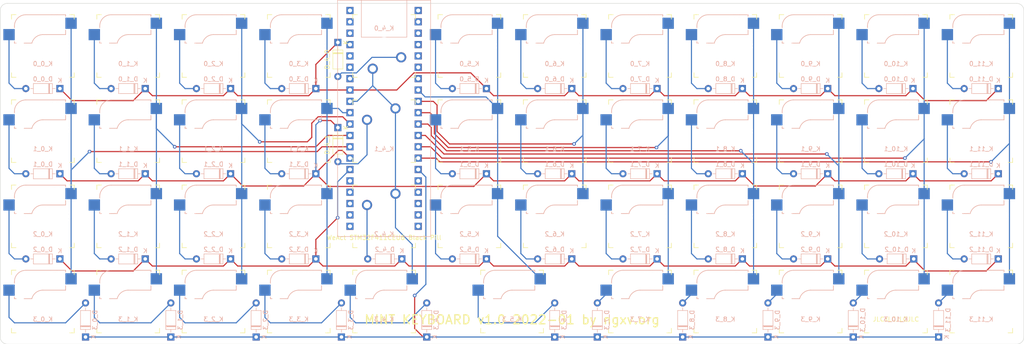
<source format=kicad_pcb>
(kicad_pcb (version 20211014) (generator pcbnew)
  (title_block (title "Mint Keyboard") (date "2022-01-13") (rev "1.0"))
  (layers (0 "F.Cu" signal) (31 "B.Cu" signal) (34 "B.Paste" user) (35 "F.Paste" user) (36 "B.SilkS" user "B.Silkscreen") (37 "F.SilkS" user "F.Silkscreen") (38 "B.Mask" user) (39 "F.Mask" user) (44 "Edge.Cuts" user))
  (net 0 "")
  (net 9 "COL_6")
  (net 22 "COL_5")
  (net 23 "COL_7")
  (net 24 "COL_8")
  (net 25 "COL_9")
  (net 26 "COL_10")
  (net 27 "COL_11")
  (net 32 "Net-(D_0_0-Pad2)")
  (net 33 "Net-(D_0_1-Pad2)")
  (net 34 "Net-(D_0_2-Pad2)")
  (net 35 "Net-(D_0_3-Pad2)")
  (net 36 "Net-(D_1_0-Pad2)")
  (net 37 "Net-(D_1_1-Pad2)")
  (net 38 "Net-(D_1_2-Pad2)")
  (net 39 "Net-(D_1_3-Pad2)")
  (net 40 "Net-(D_2_0-Pad2)")
  (net 41 "Net-(D_2_1-Pad2)")
  (net 42 "Net-(D_2_2-Pad2)")
  (net 43 "Net-(D_2_3-Pad2)")
  (net 44 "Net-(D_3_0-Pad2)")
  (net 45 "Net-(D_3_1-Pad2)")
  (net 46 "Net-(D_3_2-Pad2)")
  (net 47 "Net-(D_3_3-Pad2)")
  (net 48 "Net-(D_4_0-Pad2)")
  (net 49 "Net-(D_4_1-Pad2)")
  (net 50 "Net-(D_4_2-Pad2)")
  (net 51 "Net-(D_4_3-Pad2)")
  (net 52 "Net-(D_5_0-Pad2)")
  (net 53 "Net-(D_5_1-Pad2)")
  (net 54 "Net-(D_5_2-Pad2)")
  (net 55 "Net-(D_5_3-Pad2)")
  (net 56 "Net-(D_6_0-Pad2)")
  (net 57 "Net-(D_6_1-Pad2)")
  (net 58 "Net-(D_6_2-Pad2)")
  (net 59 "Net-(D_7_0-Pad2)")
  (net 60 "Net-(D_7_1-Pad2)")
  (net 61 "Net-(D_7_2-Pad2)")
  (net 62 "Net-(D_7_3-Pad2)")
  (net 63 "Net-(D_8_0-Pad2)")
  (net 64 "Net-(D_8_1-Pad2)")
  (net 65 "Net-(D_8_2-Pad2)")
  (net 66 "Net-(D_8_3-Pad2)")
  (net 67 "Net-(D_9_0-Pad2)")
  (net 68 "Net-(D_9_1-Pad2)")
  (net 69 "Net-(D_9_2-Pad2)")
  (net 70 "Net-(D_9_3-Pad2)")
  (net 71 "Net-(D_10_0-Pad2)")
  (net 72 "Net-(D_10_1-Pad2)")
  (net 73 "Net-(D_10_2-Pad2)")
  (net 74 "Net-(D_10_3-Pad2)")
  (net 75 "Net-(D_11_0-Pad2)")
  (net 76 "Net-(D_11_1-Pad2)")
  (net 77 "Net-(D_11_2-Pad2)")
  (net 78 "Net-(D_11_3-Pad2)")
  (net 79 "ROW_0")
  (net 80 "COL_3")
  (net 81 "COL_2")
  (net 82 "COL_1")
  (net 83 "COL_0")
  (net 84 "COL_4")
  (net 85 "ROW_1")
  (net 86 "ROW_2")
  (net 87 "ROW_3")
  (footprint "keyswitches:Kailh_socket_MX_padding" (layer "F.Cu") (at 98.425 65.0875)
    (fp_text reference "K_3_0")
    (fp_text value "PERIOD")
  )
  (footprint "keyswitches:Kailh_socket_MX_padding" (layer "F.Cu") (at 193.675 84.1375)
    (fp_text reference "K_8_1")
    (fp_text value "KEYSW")
  )
  (footprint "keyswitches:Kailh_socket_MX_padding" (layer "F.Cu") (at 60.325 103.1875)
    (fp_text reference "K_1_2")
    (fp_text value "KEYSW")
  )
  (footprint "keyswitches:Kailh_socket_MX_padding" (layer "F.Cu") (at 60.325 65.0875)
    (fp_text reference "K_1_0")
    (fp_text value "QUOTE")
  )
  (footprint "keyswitches:Kailh_socket_MX_padding" (layer "F.Cu") (at 250.825 122.2375)
    (fp_text reference "K_11_3")
    (fp_text value "KEYSW")
  )
  (footprint "keyswitches:Kailh_socket_MX_padding" (layer "F.Cu") (at 231.775 65.0875)
    (fp_text reference "K_10_0")
    (fp_text value "L")
  )
  (footprint "keyswitches:Kailh_socket_MX_padding" (layer "F.Cu") (at 212.725 84.1375)
    (fp_text reference "K_9_1")
    (fp_text value "KEYSW")
  )
  (footprint "keyswitches:Kailh_socket_MX_padding" (layer "F.Cu") (at 79.375 122.2375)
    (fp_text reference "K_2_3")
    (fp_text value "KEYSW")
  )
  (footprint "keyswitches:Kailh_socket_MX_padding" (layer "F.Cu") (at 136.525 65.0875)
    (fp_text reference "K_5_0")
    (fp_text value "Y")
  )
  (footprint "keyswitches:Kailh_socket_MX_padding" (layer "F.Cu") (at 41.275 84.1375)
    (fp_text reference "K_0_1")
    (fp_text value "KEYSW")
  )
  (footprint "MountingHole:MountingHole_3.5mm" (layer "F.Cu") (at 241.3 74.6125)
    (fp_text reference "PLATE_HOLE_5" hide)
    (fp_text value "MountingHole_3.5mm")
  )
  (footprint "keyswitches:Kailh_socket_MX_padding" (layer "F.Cu") (at 60.325 84.1375)
    (fp_text reference "K_1_1")
    (fp_text value "KEYSW")
  )
  (footprint "keyswitches:Kailh_socket_MX_padding" (layer "F.Cu") (at 79.375 84.1375)
    (fp_text reference "K_2_1")
    (fp_text value "KEYSW")
  )
  (footprint "keyswitches:Kailh_socket_MX_padding" (layer "F.Cu") (at 231.775 84.1375)
    (fp_text reference "K_10_1")
    (fp_text value "KEYSW")
  )
  (footprint "keyswitches:Kailh_socket_MX_padding" (layer "F.Cu") (at 174.625 65.0875)
    (fp_text reference "K_7_0")
    (fp_text value "G")
  )
  (footprint "keyswitches:Kailh_socket_MX_padding" (layer "F.Cu") (at 212.725 103.1875)
    (fp_text reference "K_9_2")
    (fp_text value "KEYSW")
  )
  (footprint "keyswitches:Kailh_socket_MX_padding" (layer "F.Cu") (at 146.05 122.2375)
    (fp_text reference "K_5_3")
    (fp_text value "KEYSW")
  )
  (footprint "keyswitches:Kailh_socket_MX_padding" (layer "F.Cu") (at 155.575 103.1875)
    (fp_text reference "K_6_2")
    (fp_text value "KEYSW")
  )
  (footprint "keyswitches:Kailh_socket_MX_padding" (layer "F.Cu") (at 136.525 103.1875)
    (fp_text reference "K_5_2")
    (fp_text value "KEYSW")
  )
  (footprint "keyswitches:Kailh_socket_MX_padding" (layer "F.Cu") (at 60.325 122.2375)
    (fp_text reference "K_1_3")
    (fp_text value "KEYSW")
  )
  (footprint "keyswitches:Kailh_socket_MX_padding" (layer "F.Cu") (at 212.725 65.0875)
    (fp_text reference "K_9_0")
    (fp_text value "R")
  )
  (footprint "keyswitches:Kailh_socket_MX_padding" (layer "F.Cu") (at 98.425 84.1375)
    (fp_text reference "K_3_1")
    (fp_text value "KEYSW")
  )
  (footprint "keyswitches:Kailh_socket_MX_padding" (layer "F.Cu") (at 174.625 84.1375)
    (fp_text reference "K_7_1")
    (fp_text value "KEYSW")
  )
  (footprint "keyswitches:Kailh_socket_MX_padding" (layer "F.Cu") (at 155.575 84.1375)
    (fp_text reference "K_6_1")
    (fp_text value "KEYSW")
  )
  (footprint "keyswitches:Kailh_socket_MX_padding" (layer "F.Cu") (at 193.675 122.2375)
    (fp_text reference "K_8_3")
    (fp_text value "KEYSW")
  )
  (footprint "keyswitches:Kailh_socket_MX_padding" (layer "F.Cu") (at 250.825 65.0875)
    (fp_text reference "K_11_0")
    (fp_text value "BACKSPACE")
  )
  (footprint "keyswitches:Kailh_socket_MX_padding" (layer "F.Cu") (at 250.825 103.1875)
    (fp_text reference "K_11_2")
    (fp_text value "KEYSW")
  )
  (footprint "MountingHole:MountingHole_3.5mm" (layer "F.Cu") (at 203.2 93.6625)
    (fp_text reference "PLATE_HOLE_4" hide)
    (fp_text value "MountingHole_3.5mm")
  )
  (footprint "keyswitches:Kailh_socket_MX_padding" (layer "F.Cu") (at 41.275 103.1875)
    (fp_text reference "K_0_2")
    (fp_text value "KEYSW")
  )
  (footprint "keyswitches:Kailh_socket_MX_padding" (layer "F.Cu") (at 250.825 84.1375)
    (fp_text reference "K_11_1")
    (fp_text value "KEYSW")
  )
  (footprint "keyswitches:Kailh_socket_MX_padding" (layer "F.Cu") (at 98.425 122.2375)
    (fp_text reference "K_3_3")
    (fp_text value "KEYSW")
  )
  (footprint "Diode_THT:D_DO-35_SOD27_P7.62mm_Horizontal" (layer "F.Cu") (at 107.15625 64.29375 -90)
    (fp_text reference "D_4_0")
    (fp_text value "D")
  )
  (footprint "keyswitches:Kailh_socket_MX_padding" (layer "F.Cu") (at 79.375 65.0875)
    (fp_text reference "K_2_0")
    (fp_text value "COMMA")
  )
  (footprint "keyswitches:Kailh_socket_MX_padding" (layer "F.Cu") (at 117.475 122.2375)
    (fp_text reference "K_4_3")
    (fp_text value "KEYSW")
  )
  (footprint "keyswitches:Kailh_socket_MX_padding" (layer "F.Cu") (at 193.675 65.0875)
    (fp_text reference "K_8_0")
    (fp_text value "C")
  )
  (footprint "MountingHole:MountingHole_3.5mm" (layer "F.Cu") (at 241.3 112.7125)
    (fp_text reference "PLATE_HOLE_6" hide)
    (fp_text value "MountingHole_3.5mm")
  )
  (footprint "keyswitches:SW_MX_padding" (layer "F.Cu") (at 117.475 84.1375)
    (fp_text reference "K_4_1")
    (fp_text value "KEYSW")
  )
  (footprint "keyswitches:Kailh_socket_MX_padding" (layer "F.Cu") (at 41.275 122.2375)
    (fp_text reference "K_0_3")
    (fp_text value "KEYSW")
  )
  (footprint "keyswitches:Kailh_socket_MX_padding" (layer "F.Cu") (at 41.275 65.0875)
    (fp_text reference "K_0_0")
    (fp_text value "TAB")
  )
  (footprint "keyswitches:Kailh_socket_MX_padding" (layer "F.Cu") (at 79.375 103.1875)
    (fp_text reference "K_2_2")
    (fp_text value "KEYSW")
  )
  (footprint "keyswitches:Kailh_socket_MX_padding" (layer "F.Cu") (at 231.775 122.2375)
    (fp_text reference "K_10_3")
    (fp_text value "KEYSW")
  )
  (footprint "keyswitches:Kailh_socket_MX_padding" (layer "F.Cu") (at 155.575 65.0875)
    (fp_text reference "K_6_0")
    (fp_text value "F")
  )
  (footprint "keyswitches:Kailh_socket_MX_padding" (layer "F.Cu") (at 174.625 103.1875)
    (fp_text reference "K_7_2")
    (fp_text value "KEYSW")
  )
  (footprint "Diode_THT:D_DO-35_SOD27_P7.62mm_Horizontal" (layer "F.Cu") (at 107.15625 83.34375 -90)
    (fp_text reference "D_4_1")
    (fp_text value "D")
  )
  (footprint "keyswitches:Kailh_socket_MX_padding" (layer "F.Cu") (at 193.675 103.1875)
    (fp_text reference "K_8_2")
    (fp_text value "KEYSW")
  )
  (footprint "keyswitches:SW_MX_padding" (layer "F.Cu") (at 117.475 65.0875 180)
    (fp_text reference "K_4_0")
    (fp_text value "P")
  )
  (footprint "keyswitches:Kailh_socket_MX_padding" (layer "F.Cu") (at 136.525 84.1375)
    (fp_text reference "K_5_1")
    (fp_text value "KEYSW")
  )
  (footprint "MountingHole:MountingHole_3.5mm" (layer "F.Cu") (at 50.8 74.6125)
    (fp_text reference "PLATE_HOLE_1" hide)
    (fp_text value "MountingHole_3.5mm")
  )
  (footprint "keyswitches:Kailh_socket_MX_padding" (layer "F.Cu") (at 212.725 122.2375)
    (fp_text reference "K_9_3")
    (fp_text value "KEYSW")
  )
  (footprint "keyswitches:Kailh_socket_MX_padding" (layer "F.Cu") (at 98.425 103.1875)
    (fp_text reference "K_3_2")
    (fp_text value "KEYSW")
  )
  (footprint "keyswitches:Kailh_socket_MX_padding" (layer "F.Cu") (at 231.775 103.1875)
    (fp_text reference "K_10_2")
    (fp_text value "KEYSW")
  )
  (footprint "MountingHole:MountingHole_3.5mm" (layer "F.Cu") (at 88.9 93.6625)
    (fp_text reference "PLATE_HOLE_3" hide)
    (fp_text value "MountingHole_3.5mm")
  )
  (footprint "MountingHole:MountingHole_3.5mm" (layer "F.Cu") (at 50.8 112.7125)
    (fp_text reference "PLATE_HOLE_2" hide)
    (fp_text value "MountingHole_3.5mm")
  )
  (footprint "keyswitches:SW_MX_padding" (layer "F.Cu") (at 117.475 103.1875)
    (fp_text reference "K_4_2")
    (fp_text value "KEYSW")
  )
  (footprint "keyswitches:Kailh_socket_MX_padding" (layer "F.Cu") (at 174.625 122.2375)
    (fp_text reference "K_7_3")
    (fp_text value "KEYSW")
  )
  (footprint "Diode_THT:D_DO-35_SOD27_P7.62mm_Horizontal" (layer "B.Cu") (at 102.235 74.6125 180)
    (fp_text reference "D_3_0")
    (fp_text value "D")
  )
  (footprint "Diode_THT:D_DO-35_SOD27_P7.62mm_Horizontal" (layer "B.Cu") (at 254.635 93.6625 180)
    (fp_text reference "D_11_1")
    (fp_text value "D")
  )
  (footprint "Diode_THT:D_DO-35_SOD27_P7.62mm_Horizontal" (layer "B.Cu") (at 235.74375 112.7125 180)
    (fp_text reference "D_10_2")
    (fp_text value "D")
  )
  (footprint "Diode_THT:D_DO-35_SOD27_P7.62mm_Horizontal" (layer "B.Cu") (at 83.185 93.6625 180)
    (fp_text reference "D_2_1")
    (fp_text value "D")
  )
  (footprint "Diode_THT:D_DO-35_SOD27_P7.62mm_Horizontal" (layer "B.Cu") (at 254.635 112.7125 180)
    (fp_text reference "D_11_2")
    (fp_text value "D")
  )
  (footprint "Diode_THT:D_DO-35_SOD27_P7.62mm_Horizontal" (layer "B.Cu") (at 45.085 112.7125 180)
    (fp_text reference "D_0_2")
    (fp_text value "D")
  )
  (footprint "Diode_THT:D_DO-35_SOD27_P7.62mm_Horizontal" (layer "B.Cu") (at 140.335 93.6625 180)
    (fp_text reference "D_5_1")
    (fp_text value "D")
  )
  (footprint "Diode_THT:D_DO-35_SOD27_P7.62mm_Horizontal" (layer "B.Cu") (at 184.15 130.175 90)
    (fp_text reference "D_8_3")
    (fp_text value "D")
  )
  (footprint "Diode_THT:D_DO-35_SOD27_P7.62mm_Horizontal" (layer "B.Cu") (at 222.25 130.175 90)
    (fp_text reference "D_10_3")
    (fp_text value "D")
  )
  (footprint "Diode_THT:D_DO-35_SOD27_P7.62mm_Horizontal" (layer "B.Cu") (at 197.485 74.6125 180)
    (fp_text reference "D_8_0")
    (fp_text value "D")
  )
  (footprint "Diode_THT:D_DO-35_SOD27_P7.62mm_Horizontal" (layer "B.Cu") (at 64.135 74.6125 180)
    (fp_text reference "D_1_0")
    (fp_text value "D")
  )
  (footprint "Diode_THT:D_DO-35_SOD27_P7.62mm_Horizontal" (layer "B.Cu") (at 140.335 74.6125 180)
    (fp_text reference "D_5_0")
    (fp_text value "D")
  )
  (footprint "Diode_THT:D_DO-35_SOD27_P7.62mm_Horizontal" (layer "B.Cu") (at 216.535 93.6625 180)
    (fp_text reference "D_9_1")
    (fp_text value "D")
  )
  (footprint "Diode_THT:D_DO-35_SOD27_P7.62mm_Horizontal" (layer "B.Cu") (at 203.2 130.175 90)
    (fp_text reference "D_9_3")
    (fp_text value "D")
  )
  (footprint "Diode_THT:D_DO-35_SOD27_P7.62mm_Horizontal" (layer "B.Cu") (at 159.385 74.6125 180)
    (fp_text reference "D_6_0")
    (fp_text value "D")
  )
  (footprint "Diode_THT:D_DO-35_SOD27_P7.62mm_Horizontal" (layer "B.Cu") (at 197.485 93.6625 180)
    (fp_text reference "D_8_1")
    (fp_text value "D")
  )
  (footprint "Diode_THT:D_DO-35_SOD27_P7.62mm_Horizontal" (layer "B.Cu") (at 216.535 112.7125 180)
    (fp_text reference "D_9_2")
    (fp_text value "D")
  )
  (footprint "Diode_THT:D_DO-35_SOD27_P7.62mm_Horizontal" (layer "B.Cu") (at 178.435 112.7125 180)
    (fp_text reference "D_7_2")
    (fp_text value "D")
  )
  (footprint "Diode_THT:D_DO-35_SOD27_P7.62mm_Horizontal" (layer "B.Cu") (at 83.185 74.6125 180)
    (fp_text reference "D_2_0")
    (fp_text value "D")
  )
  (footprint "Diode_THT:D_DO-35_SOD27_P7.62mm_Horizontal" (layer "B.Cu") (at 127 130.175 90)
    (fp_text reference "D_4_3")
    (fp_text value "D")
  )
  (footprint "Diode_THT:D_DO-35_SOD27_P7.62mm_Horizontal" (layer "B.Cu") (at 155.575 130.175 90)
    (fp_text reference "D_5_3")
    (fp_text value "D")
  )
  (footprint "Diode_THT:D_DO-35_SOD27_P7.62mm_Horizontal" (layer "B.Cu") (at 64.135 93.6625 180)
    (fp_text reference "D_1_1")
    (fp_text value "D")
  )
  (footprint "Diode_THT:D_DO-35_SOD27_P7.62mm_Horizontal" (layer "B.Cu") (at 102.235 112.7125 180)
    (fp_text reference "D_3_2")
    (fp_text value "D")
  )
  (footprint "Diode_THT:D_DO-35_SOD27_P7.62mm_Horizontal" (layer "B.Cu") (at 159.385 93.6625 180)
    (fp_text reference "D_6_1")
    (fp_text value "D")
  )
  (footprint "Diode_THT:D_DO-35_SOD27_P7.62mm_Horizontal" (layer "B.Cu") (at 88.9 130.175 90)
    (fp_text reference "D_2_3")
    (fp_text value "D")
  )
  (footprint "Diode_THT:D_DO-35_SOD27_P7.62mm_Horizontal" (layer "B.Cu") (at 140.335 112.7125 180)
    (fp_text reference "D_5_2")
    (fp_text value "D")
  )
  (footprint "Diode_THT:D_DO-35_SOD27_P7.62mm_Horizontal" (layer "B.Cu") (at 107.95 130.175 90)
    (fp_text reference "D_3_3")
    (fp_text value "D")
  )
  (footprint "Diode_THT:D_DO-35_SOD27_P7.62mm_Horizontal" (layer "B.Cu") (at 121.44375 112.7125 180)
    (fp_text reference "D_4_2")
    (fp_text value "D")
  )
  (footprint "Diode_THT:D_DO-35_SOD27_P7.62mm_Horizontal" (layer "B.Cu") (at 45.085 74.6125 180)
    (fp_text reference "D_0_0")
    (fp_text value "D")
  )
  (footprint "Diode_THT:D_DO-35_SOD27_P7.62mm_Horizontal" (layer "B.Cu") (at 235.585 74.6125 180)
    (fp_text reference "D_10_0")
    (fp_text value "D")
  )
  (footprint "Diode_THT:D_DO-35_SOD27_P7.62mm_Horizontal" (layer "B.Cu") (at 159.385 112.7125 180)
    (fp_text reference "D_6_2")
    (fp_text value "D")
  )
  (footprint "Diode_THT:D_DO-35_SOD27_P7.62mm_Horizontal" (layer "B.Cu") (at 235.585 93.6625 180)
    (fp_text reference "D_10_1")
    (fp_text value "D")
  )
  (footprint "Diode_THT:D_DO-35_SOD27_P7.62mm_Horizontal" (layer "B.Cu") (at 165.1 130.175 90)
    (fp_text reference "D_7_3")
    (fp_text value "D")
  )
  (footprint "Diode_THT:D_DO-35_SOD27_P7.62mm_Horizontal" (layer "B.Cu") (at 50.8 130.175 90)
    (fp_text reference "D_0_3")
    (fp_text value "D")
  )
  (footprint "Diode_THT:D_DO-35_SOD27_P7.62mm_Horizontal" (layer "B.Cu") (at 45.085 93.6625 180)
    (fp_text reference "D_0_1")
    (fp_text value "D")
  )
  (footprint "Diode_THT:D_DO-35_SOD27_P7.62mm_Horizontal" (layer "B.Cu") (at 254.635 74.6125 180)
    (fp_text reference "D_11_0")
    (fp_text value "D")
  )
  (footprint "Diode_THT:D_DO-35_SOD27_P7.62mm_Horizontal" (layer "B.Cu") (at 178.435 93.6625 180)
    (fp_text reference "D_7_1")
    (fp_text value "D")
  )
  (footprint "Diode_THT:D_DO-35_SOD27_P7.62mm_Horizontal" (layer "B.Cu") (at 83.185 112.7125 180)
    (fp_text reference "D_2_2")
    (fp_text value "D")
  )
  (footprint "Diode_THT:D_DO-35_SOD27_P7.62mm_Horizontal" (layer "B.Cu") (at 216.535 74.6125 180)
    (fp_text reference "D_9_0")
    (fp_text value "D")
  )
  (footprint "keyswitches:WeAct_STM32F411CEU6_Black_Pill_v3" (layer "B.Cu") (at 117.475 81.28 180)
    (fp_text reference "CONTROLLER_0" hide)
    (fp_text value "WeAct STM32F411CEU6 Black Pill")
  )
  (footprint "Diode_THT:D_DO-35_SOD27_P7.62mm_Horizontal" (layer "B.Cu") (at 69.85 130.175 90)
    (fp_text reference "D_1_3")
    (fp_text value "D")
  )
  (footprint "Diode_THT:D_DO-35_SOD27_P7.62mm_Horizontal" (layer "B.Cu") (at 102.235 93.6625 180)
    (fp_text reference "D_3_1")
    (fp_text value "D")
  )
  (footprint "Diode_THT:D_DO-35_SOD27_P7.62mm_Horizontal" (layer "B.Cu") (at 64.135 112.7125 180)
    (fp_text reference "D_1_2")
    (fp_text value "D")
  )
  (footprint "Diode_THT:D_DO-35_SOD27_P7.62mm_Horizontal" (layer "B.Cu") (at 178.435 74.6125 180)
    (fp_text reference "D_7_0")
    (fp_text value "D")
  )
  (footprint "Diode_THT:D_DO-35_SOD27_P7.62mm_Horizontal" (layer "B.Cu") (at 241.3 130.175 90)
    (fp_text reference "D_11_3")
    (fp_text value "D")
  )
  (footprint "Diode_THT:D_DO-35_SOD27_P7.62mm_Horizontal" (layer "B.Cu") (at 197.485 112.7125 180)
    (fp_text reference "D_8_2")
    (fp_text value "D")
  )
  (gr_arc locked (start 31.75 57.15) (mid 32.214968 56.027468) (end 33.3375 55.5625) (layer "Edge.Cuts") (width 0.1))
  (gr_arc locked (start 258.7625 55.5625) (mid 259.885032 56.027468) (end 260.35 57.15) (layer "Edge.Cuts") (width 0.1))
  (gr_line locked (start 260.35 130.175) (end 260.35 57.15) (layer "Edge.Cuts") (width 0.1))
  (gr_arc locked (start 33.3375 131.7625) (mid 32.214968 131.297532) (end 31.75 130.175) (layer "Edge.Cuts") (width 0.1))
  (gr_line locked (start 258.7625 55.5625) (end 33.3375 55.5625) (layer "Edge.Cuts") (width 0.1))
  (gr_arc locked (start 260.35 130.175) (mid 259.885032 131.297532) (end 258.7625 131.7625) (layer "Edge.Cuts") (width 0.1))
  (gr_line locked (start 33.3375 131.7625) (end 258.7625 131.7625) (layer "Edge.Cuts") (width 0.1))
  (gr_line locked (start 31.75 130.175) (end 31.75 57.15) (layer "Edge.Cuts") (width 0.1))
  (gr_text "MINT KEYBOARD v1.0 2022-01 by ngxv.org" (at 146.05 126.3) (layer "F.SilkS") (effects (font (size 2 2) (thickness 0.3))))
  (gr_text "JLCJLCJLCJLC" (at 231.775 126.20625) (layer "F.SilkS") (effects (font (size 1 1))))
  (segment locked (start 128.47 77.47) (end 129.3 78.3) (width 0.25) (layer "F.Cu") (net 9))
  (segment locked (start 125.095 77.47) (end 128.47 77.47) (width 0.25) (layer "F.Cu") (net 9))
  (segment locked (start 129.3 78.3) (end 129.3 84.215) (width 0.25) (layer "F.Cu") (net 9))
  (segment locked (start 132.085 87) (end 159.9 87) (width 0.25) (layer "F.Cu") (net 9))
  (segment locked (start 129.3 84.215) (end 132.085 87) (width 0.25) (layer "F.Cu") (net 9))
  (via locked (at 159.9 87) (size 0.8) (drill 0.4) (layers "F.Cu" "B.Cu") (net 9))
  (segment locked (start 159.9 87) (end 161.880421 85.019579) (width 0.25) (layer "B.Cu") (net 9))
  (segment locked (start 161.880421 79.042079) (end 161.865 79.0575) (width 0.25) (layer "B.Cu") (net 9))
  (segment locked (start 161.880421 60.022921) (end 161.880421 98.092079) (width 0.25) (layer "B.Cu") (net 9))
  (segment locked (start 161.865 79.0575) (end 161.880421 79.072921) (width 0.25) (layer "B.Cu") (net 9))
  (segment locked (start 161.880421 98.092079) (end 161.865 98.1075) (width 0.25) (layer "B.Cu") (net 9))
  (segment locked (start 161.865 60.0075) (end 161.880421 60.022921) (width 0.25) (layer "B.Cu") (net 9))
  (segment locked (start 142.830421 107.647921) (end 142.830421 98.122921) (width 0.25) (layer "B.Cu") (net 22))
  (segment locked (start 140.2375 76.48) (end 142.815 79.0575) (width 0.25) (layer "B.Cu") (net 22))
  (segment locked (start 142.830421 79.072921) (end 142.830421 98.092079) (width 0.25) (layer "B.Cu") (net 22))
  (segment locked (start 142.815 79.0575) (end 142.830421 79.072921) (width 0.25) (layer "B.Cu") (net 22))
  (segment locked (start 142.830421 98.092079) (end 142.815 98.1075) (width 0.25) (layer "B.Cu") (net 22))
  (segment locked (start 152.34 117.1575) (end 142.830421 107.647921) (width 0.25) (layer "B.Cu") (net 22))
  (segment locked (start 142.815 98.1075) (end 142.830421 98.122921) (width 0.25) (layer "B.Cu") (net 22))
  (segment locked (start 142.830421 60.022921) (end 142.830421 79.042079) (width 0.25) (layer "B.Cu") (net 22))
  (segment locked (start 142.830421 79.042079) (end 142.815 79.0575) (width 0.25) (layer "B.Cu") (net 22))
  (segment locked (start 125.095 74.93) (end 126.645 76.48) (width 0.25) (layer "B.Cu") (net 22))
  (segment locked (start 142.815 60.0075) (end 142.830421 60.022921) (width 0.25) (layer "B.Cu") (net 22))
  (segment locked (start 126.645 76.48) (end 140.2375 76.48) (width 0.25) (layer "B.Cu") (net 22))
  (segment locked (start 131.8 87.8) (end 178.3 87.8) (width 0.25) (layer "F.Cu") (net 23))
  (segment locked (start 128.7 81) (end 128.7 84.7) (width 0.25) (layer "F.Cu") (net 23))
  (segment locked (start 125.095 80.01) (end 127.71 80.01) (width 0.25) (layer "F.Cu") (net 23))
  (segment locked (start 128.7 84.7) (end 131.8 87.8) (width 0.25) (layer "F.Cu") (net 23))
  (segment locked (start 127.71 80.01) (end 128.7 81) (width 0.25) (layer "F.Cu") (net 23))
  (via locked (at 178.3 87.8) (size 0.8) (drill 0.4) (layers "F.Cu" "B.Cu") (net 23))
  (segment locked (start 180.930421 79.072921) (end 180.930421 98.092079) (width 0.25) (layer "B.Cu") (net 23))
  (segment locked (start 178.3 87.8) (end 180.930421 85.169579) (width 0.25) (layer "B.Cu") (net 23))
  (segment locked (start 180.915 79.0575) (end 180.930421 79.072921) (width 0.25) (layer "B.Cu") (net 23))
  (segment locked (start 180.915 98.1075) (end 180.930421 98.122921) (width 0.25) (layer "B.Cu") (net 23))
  (segment locked (start 180.930421 117.142079) (end 180.915 117.1575) (width 0.25) (layer "B.Cu") (net 23))
  (segment locked (start 180.930421 85.169579) (end 180.930421 79.042079) (width 0.25) (layer "B.Cu") (net 23))
  (segment locked (start 180.930421 79.042079) (end 180.915 79.0575) (width 0.25) (layer "B.Cu") (net 23))
  (segment locked (start 180.915 60.0075) (end 180.930421 60.022921) (width 0.25) (layer "B.Cu") (net 23))
  (segment locked (start 180.930421 98.092079) (end 180.915 98.1075) (width 0.25) (layer "B.Cu") (net 23))
  (segment locked (start 180.930421 98.122921) (end 180.930421 117.142079) (width 0.25) (layer "B.Cu") (net 23))
  (segment locked (start 180.930421 60.022921) (end 180.930421 79.042079) (width 0.25) (layer "B.Cu") (net 23))
  (segment locked (start 127.25 82.55) (end 128 83.3) (width 0.25) (layer "F.Cu") (net 24))
  (segment locked (start 128 83.3) (end 128 85.1) (width 0.25) (layer "F.Cu") (net 24))
  (segment locked (start 131.424511 88.524511) (end 197.124511 88.524511) (width 0.25) (layer "F.Cu") (net 24))
  (segment locked (start 128 85.1) (end 131.424511 88.524511) (width 0.25) (layer "F.Cu") (net 24))
  (segment locked (start 125.095 82.55) (end 127.25 82.55) (width 0.25) (layer "F.Cu") (net 24))
  (via locked (at 197.124511 88.524511) (size 0.8) (drill 0.4) (layers "F.Cu" "B.Cu") (net 24))
  (segment locked (start 199.980421 98.092079) (end 199.965 98.1075) (width 0.25) (layer "B.Cu") (net 24))
  (segment locked (start 199.980421 98.122921) (end 199.980421 117.142079) (width 0.25) (layer "B.Cu") (net 24))
  (segment locked (start 199.980421 79.072921) (end 199.980421 98.092079) (width 0.25) (layer "B.Cu") (net 24))
  (segment locked (start 197.124511 88.524511) (end 199.980421 91.380421) (width 0.25) (layer "B.Cu") (net 24))
  (segment locked (start 199.965 79.0575) (end 199.980421 79.072921) (width 0.25) (layer "B.Cu") (net 24))
  (segment locked (start 199.980421 60.022921) (end 199.980421 79.042079) (width 0.25) (layer "B.Cu") (net 24))
  (segment locked (start 199.980421 117.142079) (end 199.965 117.1575) (width 0.25) (layer "B.Cu") (net 24))
  (segment locked (start 199.980421 79.042079) (end 199.965 79.0575) (width 0.25) (layer "B.Cu") (net 24))
  (segment locked (start 199.980421 91.380421) (end 199.980421 98.122921) (width 0.25) (layer "B.Cu") (net 24))
  (segment locked (start 199.965 98.1075) (end 199.980421 98.122921) (width 0.25) (layer "B.Cu") (net 24))
  (segment locked (start 199.965 60.0075) (end 199.980421 60.022921) (width 0.25) (layer "B.Cu") (net 24))
  (segment locked (start 125.095 85.09) (end 126.69 85.09) (width 0.25) (layer "F.Cu") (net 25))
  (segment locked (start 126.69 85.09) (end 130.849022 89.249022) (width 0.25) (layer "F.Cu") (net 25))
  (segment locked (start 130.849022 89.249022) (end 216.349022 89.249022) (width 0.25) (layer "F.Cu") (net 25))
  (via locked (at 216.349022 89.249022) (size 0.8) (drill 0.4) (layers "F.Cu" "B.Cu") (net 25))
  (segment locked (start 219.030421 98.092079) (end 219.015 98.1075) (width 0.25) (layer "B.Cu") (net 25))
  (segment locked (start 219.030421 79.072921) (end 219.030421 98.092079) (width 0.25) (layer "B.Cu") (net 25))
  (segment locked (start 219.015 60.0075) (end 219.030421 60.022921) (width 0.25) (layer "B.Cu") (net 25))
  (segment locked (start 219.030421 98.122921) (end 219.030421 117.142079) (width 0.25) (layer "B.Cu") (net 25))
  (segment locked (start 219.030421 91.930421) (end 219.030421 98.122921) (width 0.25) (layer "B.Cu") (net 25))
  (segment locked (start 216.349022 89.249022) (end 219.030421 91.930421) (width 0.25) (layer "B.Cu") (net 25))
  (segment locked (start 219.030421 117.142079) (end 219.015 117.1575) (width 0.25) (layer "B.Cu") (net 25))
  (segment locked (start 219.015 98.1075) (end 219.030421 98.122921) (width 0.25) (layer "B.Cu") (net 25))
  (segment locked (start 219.015 79.0575) (end 219.030421 79.072921) (width 0.25) (layer "B.Cu") (net 25))
  (segment locked (start 219.030421 60.022921) (end 219.030421 79.042079) (width 0.25) (layer "B.Cu") (net 25))
  (segment locked (start 219.030421 79.042079) (end 219.015 79.0575) (width 0.25) (layer "B.Cu") (net 25))
  (segment locked (start 125.095 87.63) (end 127.83 87.63) (width 0.25) (layer "F.Cu") (net 26))
  (segment locked (start 127.83 87.63) (end 130.37 90.17) (width 0.25) (layer "F.Cu") (net 26))
  (segment locked (start 130.37 90.17) (end 233.78 90.17) (width 0.25) (layer "F.Cu") (net 26))
  (via locked (at 233.78 90.17) (size 0.8) (drill 0.4) (layers "F.Cu" "B.Cu") (net 26))
  (segment locked (start 238.080421 98.122921) (end 238.080421 117.142079) (width 0.25) (layer "B.Cu") (net 26))
  (segment locked (start 238.080421 85.869579) (end 233.78 90.17) (width 0.25) (layer "B.Cu") (net 26))
  (segment locked (start 238.065 98.1075) (end 238.080421 98.122921) (width 0.25) (layer "B.Cu") (net 26))
  (segment locked (start 238.080421 98.092079) (end 238.065 98.1075) (width 0.25) (layer "B.Cu") (net 26))
  (segment locked (start 238.080421 117.142079) (end 238.065 117.1575) (width 0.25) (layer "B.Cu") (net 26))
  (segment locked (start 238.080421 79.042079) (end 238.065 79.0575) (width 0.25) (layer "B.Cu") (net 26))
  (segment locked (start 238.080421 98.092079) (end 238.080421 79.042079) (width 0.25) (layer "B.Cu") (net 26))
  (segment locked (start 238.065 60.0075) (end 238.080421 60.022921) (width 0.25) (layer "B.Cu") (net 26))
  (segment locked (start 238.080421 60.022921) (end 238.080421 79.042079) (width 0.25) (layer "B.Cu") (net 26))
  (segment locked (start 129.07 90.17) (end 129.9 91) (width 0.25) (layer "F.Cu") (net 27))
  (segment locked (start 129.9 91) (end 253 91) (width 0.25) (layer "F.Cu") (net 27))
  (segment locked (start 125.095 90.17) (end 129.07 90.17) (width 0.25) (layer "F.Cu") (net 27))
  (via locked (at 253 91) (size 0.8) (drill 0.4) (layers "F.Cu" "B.Cu") (net 27))
  (segment locked (start 257.130421 60.022921) (end 257.130421 117.142079) (width 0.25) (layer "B.Cu") (net 27))
  (segment locked (start 257.130421 79.042079) (end 257.115 79.0575) (width 0.25) (layer "B.Cu") (net 27))
  (segment locked (start 257.115 98.1075) (end 257.130421 98.122921) (width 0.25) (layer "B.Cu") (net 27))
  (segment locked (start 257.130421 117.142079) (end 257.115 117.1575) (width 0.25) (layer "B.Cu") (net 27))
  (segment locked (start 257.115 60.0075) (end 257.130421 60.022921) (width 0.25) (layer "B.Cu") (net 27))
  (segment locked (start 253 91) (end 257.130421 86.869579) (width 0.25) (layer "B.Cu") (net 27))
  (segment locked (start 33.715 62.5475) (end 33.715 73.4025) (width 0.25) (layer "B.Cu") (net 32))
  (segment locked (start 33.715 73.4025) (end 34.925 74.6125) (width 0.25) (layer "B.Cu") (net 32))
  (segment locked (start 34.925 74.6125) (end 37.465 74.6125) (width 0.25) (layer "B.Cu") (net 32))
  (segment locked (start 33.715 81.5975) (end 33.715 92.4525) (width 0.25) (layer "B.Cu") (net 33))
  (segment locked (start 33.715 92.4525) (end 34.925 93.6625) (width 0.25) (layer "B.Cu") (net 33))
  (segment locked (start 34.925 93.6625) (end 37.465 93.6625) (width 0.25) (layer "B.Cu") (net 33))
  (segment locked (start 33.715 100.6475) (end 33.715 111.5025) (width 0.25) (layer "B.Cu") (net 34))
  (segment locked (start 34.925 112.7125) (end 37.465 112.7125) (width 0.25) (layer "B.Cu") (net 34))
  (segment locked (start 33.715 111.5025) (end 34.925 112.7125) (width 0.25) (layer "B.Cu") (net 34))
  (segment locked (start 46.355 127) (end 34.925 127) (width 0.25) (layer "B.Cu") (net 35))
  (segment locked (start 50.8 122.555) (end 46.355 127) (width 0.25) (layer "B.Cu") (net 35))
  (segment locked (start 33.715 125.79) (end 34.925 127) (width 0.25) (layer "B.Cu") (net 35))
  (segment locked (start 33.715 119.6975) (end 33.715 125.79) (width 0.25) (layer "B.Cu") (net 35))
  (segment locked (start 52.765 73.4025) (end 53.975 74.6125) (width 0.25) (layer "B.Cu") (net 36))
  (segment locked (start 53.975 74.6125) (end 56.515 74.6125) (width 0.25) (layer "B.Cu") (net 36))
  (segment locked (start 52.765 62.5475) (end 52.765 73.4025) (width 0.25) (layer "B.Cu") (net 36))
  (segment locked (start 52.765 81.5975) (end 52.765 92.4525) (width 0.25) (layer "B.Cu") (net 37))
  (segment locked (start 53.975 93.6625) (end 56.515 93.6625) (width 0.25) (layer "B.Cu") (net 37))
  (segment locked (start 52.765 92.4525) (end 53.975 93.6625) (width 0.25) (layer "B.Cu") (net 37))
  (segment locked (start 53.975 112.7125) (end 56.515 112.7125) (width 0.25) (layer "B.Cu") (net 38))
  (segment locked (start 52.765 111.5025) (end 53.975 112.7125) (width 0.25) (layer "B.Cu") (net 38))
  (segment locked (start 52.765 100.6475) (end 52.765 111.5025) (width 0.25) (layer "B.Cu") (net 38))
  (segment locked (start 65.405 127) (end 53.975 127) (width 0.25) (layer "B.Cu") (net 39))
  (segment locked (start 52.765 119.6975) (end 52.765 125.79) (width 0.25) (layer "B.Cu") (net 39))
  (segment locked (start 52.765 125.79) (end 53.975 127) (width 0.25) (layer "B.Cu") (net 39))
  (segment locked (start 69.85 122.555) (end 65.405 127) (width 0.25) (layer "B.Cu") (net 39))
  (segment locked (start 71.815 73.4025) (end 73.025 74.6125) (width 0.25) (layer "B.Cu") (net 40))
  (segment locked (start 71.815 62.5475) (end 71.815 73.4025) (width 0.25) (layer "B.Cu") (net 40))
  (segment locked (start 73.025 74.6125) (end 75.565 74.6125) (width 0.25) (layer "B.Cu") (net 40))
  (segment locked (start 73.025 93.6625) (end 75.565 93.6625) (width 0.25) (layer "B.Cu") (net 41))
  (segment locked (start 71.815 92.4525) (end 73.025 93.6625) (width 0.25) (layer "B.Cu") (net 41))
  (segment locked (start 71.815 81.5975) (end 71.815 92.4525) (width 0.25) (layer "B.Cu") (net 41))
  (segment locked (start 71.815 111.5025) (end 73.025 112.7125) (width 0.25) (layer "B.Cu") (net 42))
  (segment locked (start 71.815 100.6475) (end 71.815 111.5025) (width 0.25) (layer "B.Cu") (net 42))
  (segment locked (start 73.025 112.7125) (end 75.565 112.7125) (width 0.25) (layer "B.Cu") (net 42))
  (segment locked (start 71.815 119.6975) (end 71.815 125.79) (width 0.25) (layer "B.Cu") (net 43))
  (segment locked (start 73.025 127) (end 84.455 127) (width 0.25) (layer "B.Cu") (net 43))
  (segment locked (start 71.815 125.79) (end 73.025 127) (width 0.25) (layer "B.Cu") (net 43))
  (segment locked (start 88.9 122.555) (end 84.455 127) (width 0.25) (layer "B.Cu") (net 43))
  (segment locked (start 90.865 73.4025) (end 92.075 74.6125) (width 0.25) (layer "B.Cu") (net 44))
  (segment locked (start 92.075 74.6125) (end 94.615 74.6125) (width 0.25) (layer "B.Cu") (net 44))
  (segment locked (start 90.865 62.5475) (end 90.865 73.4025) (width 0.25) (layer "B.Cu") (net 44))
  (segment locked (start 92.075 93.6625) (end 94.615 93.6625) (width 0.25) (layer "B.Cu") (net 45))
  (segment locked (start 90.865 81.5975) (end 90.865 92.4525) (width 0.25) (layer "B.Cu") (net 45))
  (segment locked (start 90.865 92.4525) (end 92.075 93.6625) (width 0.25) (layer "B.Cu") (net 45))
  (segment locked (start 90.865 111.5025) (end 92.075 112.7125) (width 0.25) (layer "B.Cu") (net 46))
  (segment locked (start 92.075 112.7125) (end 94.615 112.7125) (width 0.25) (layer "B.Cu") (net 46))
  (segment locked (start 90.865 100.6475) (end 90.865 111.5025) (width 0.25) (layer "B.Cu") (net 46))
  (segment locked (start 90.865 125.79) (end 92.075 127) (width 0.25) (layer "B.Cu") (net 47))
  (segment locked (start 90.865 119.6975) (end 90.865 125.79) (width 0.25) (layer "B.Cu") (net 47))
  (segment locked (start 92.075 127) (end 103.505 127) (width 0.25) (layer "B.Cu") (net 47))
  (segment locked (start 107.95 122.555) (end 103.505 127) (width 0.25) (layer "B.Cu") (net 47))
  (segment locked (start 107.96 71.11) (end 111.3 71.11) (width 0.25) (layer "B.Cu") (net 48))
  (segment locked (start 107.15625 71.91375) (end 107.96 71.11) (width 0.25) (layer "B.Cu") (net 48))
  (segment locked (start 114.7825 67.6275) (end 121.285 67.6275) (width 0.25) (layer "B.Cu") (net 48))
  (segment locked (start 111.3 71.11) (end 114.7825 67.6275) (width 0.25) (layer "B.Cu") (net 48))
  (segment locked (start 107.6325 91.44) (end 107.15625 90.96375) (width 0.25) (layer "B.Cu") (net 49))
  (segment locked (start 113.665 89.425) (end 111.65 91.44) (width 0.25) (layer "B.Cu") (net 49))
  (segment locked (start 113.665 81.5975) (end 113.665 89.425) (width 0.25) (layer "B.Cu") (net 49))
  (segment locked (start 111.65 91.44) (end 107.6325 91.44) (width 0.25) (layer "B.Cu") (net 49))
  (segment locked (start 113.665 112.55375) (end 113.82375 112.7125) (width 0.25) (layer "B.Cu") (net 50))
  (segment locked (start 113.665 100.6475) (end 113.665 112.55375) (width 0.25) (layer "B.Cu") (net 50))
  (segment locked (start 109.915 119.6975) (end 109.915 125.79) (width 0.25) (layer "B.Cu") (net 51))
  (segment locked (start 111.125 127) (end 122.555 127) (width 0.25) (layer "B.Cu") (net 51))
  (segment locked (start 109.915 125.79) (end 111.125 127) (width 0.25) (layer "B.Cu") (net 51))
  (segment locked (start 127 122.555) (end 122.555 127) (width 0.25) (layer "B.Cu") (net 51))
  (segment locked (start 128.965 62.5475) (end 128.965 73.4025) (width 0.25) (layer "B.Cu") (net 52))
  (segment locked (start 130.175 74.6125) (end 132.715 74.6125) (width 0.25) (layer "B.Cu") (net 52))
  (segment locked (start 128.965 73.4025) (end 130.175 74.6125) (width 0.25) (layer "B.Cu") (net 52))
  (segment locked (start 130.175 93.6625) (end 132.715 93.6625) (width 0.25) (layer "B.Cu") (net 53))
  (segment locked (start 128.965 92.4525) (end 130.175 93.6625) (width 0.25) (layer "B.Cu") (net 53))
  (segment locked (start 128.965 81.5975) (end 128.965 92.4525) (width 0.25) (layer "B.Cu") (net 53))
  (segment locked (start 128.965 100.6475) (end 128.965 111.5025) (width 0.25) (layer "B.Cu") (net 54))
  (segment locked (start 130.175 112.7125) (end 132.715 112.7125) (width 0.25) (layer "B.Cu") (net 54))
  (segment locked (start 128.965 111.5025) (end 130.175 112.7125) (width 0.25) (layer "B.Cu") (net 54))
  (segment locked (start 139.7 127) (end 151.13 127) (width 0.25) (layer "B.Cu") (net 55))
  (segment locked (start 138.49 119.6975) (end 138.49 125.79) (width 0.25) (layer "B.Cu") (net 55))
  (segment locked (start 151.13 127) (end 155.575 122.555) (width 0.25) (layer "B.Cu") (net 55))
  (segment locked (start 138.49 125.79) (end 139.7 127) (width 0.25) (layer "B.Cu") (net 55))
  (segment locked (start 148.015 73.4025) (end 149.225 74.6125) (width 0.25) (layer "B.Cu") (net 56))
  (segment locked (start 149.225 74.6125) (end 151.765 74.6125) (width 0.25) (layer "B.Cu") (net 56))
  (segment locked (start 148.015 62.5475) (end 148.015 73.4025) (width 0.25) (layer "B.Cu") (net 56))
  (segment locked (start 148.015 92.4525) (end 149.225 93.6625) (width 0.25) (layer "B.Cu") (net 57))
  (segment locked (start 148.015 81.5975) (end 148.015 92.4525) (width 0.25) (layer "B.Cu") (net 57))
  (segment locked (start 149.225 93.6625) (end 151.765 93.6625) (width 0.25) (layer "B.Cu") (net 57))
  (segment locked (start 148.015 100.6475) (end 148.015 111.5025) (width 0.25) (layer "B.Cu") (net 58))
  (segment locked (start 148.015 111.5025) (end 149.225 112.7125) (width 0.25) (layer "B.Cu") (net 58))
  (segment locked (start 149.225 112.7125) (end 151.765 112.7125) (width 0.25) (layer "B.Cu") (net 58))
  (segment locked (start 167.065 62.5475) (end 167.065 73.4025) (width 0.25) (layer "B.Cu") (net 59))
  (segment locked (start 168.275 74.6125) (end 170.815 74.6125) (width 0.25) (layer "B.Cu") (net 59))
  (segment locked (start 167.065 73.4025) (end 168.275 74.6125) (width 0.25) (layer "B.Cu") (net 59))
  (segment locked (start 167.065 92.4525) (end 168.275 93.6625) (width 0.25) (layer "B.Cu") (net 60))
  (segment locked (start 167.065 81.5975) (end 167.065 92.4525) (width 0.25) (layer "B.Cu") (net 60))
  (segment locked (start 168.275 93.6625) (end 170.815 93.6625) (width 0.25) (layer "B.Cu") (net 60))
  (segment locked (start 167.065 111.5025) (end 168.275 112.7125) (width 0.25) (layer "B.Cu") (net 61))
  (segment locked (start 167.065 100.6475) (end 167.065 111.5025) (width 0.25) (layer "B.Cu") (net 61))
  (segment locked (start 168.275 112.7125) (end 170.815 112.7125) (width 0.25) (layer "B.Cu") (net 61))
  (segment locked (start 167.065 120.59) (end 165.1 122.555) (width 0.25) (layer "B.Cu") (net 62))
  (segment locked (start 167.065 119.6975) (end 167.065 120.59) (width 0.25) (layer "B.Cu") (net 62))
  (segment locked (start 186.115 62.5475) (end 186.115 73.4025) (width 0.25) (layer "B.Cu") (net 63))
  (segment locked (start 187.325 74.6125) (end 189.865 74.6125) (width 0.25) (layer "B.Cu") (net 63))
  (segment locked (start 186.115 73.4025) (end 187.325 74.6125) (width 0.25) (layer "B.Cu") (net 63))
  (segment locked (start 187.325 93.6625) (end 189.865 93.6625) (width 0.25) (layer "B.Cu") (net 64))
  (segment locked (start 186.115 81.5975) (end 186.115 92.4525) (width 0.25) (layer "B.Cu") (net 64))
  (segment locked (start 186.115 92.4525) (end 187.325 93.6625) (width 0.25) (layer "B.Cu") (net 64))
  (segment locked (start 186.115 100.6475) (end 186.115 111.5025) (width 0.25) (layer "B.Cu") (net 65))
  (segment locked (start 186.115 111.5025) (end 187.325 112.7125) (width 0.25) (layer "B.Cu") (net 65))
  (segment locked (start 187.325 112.7125) (end 189.865 112.7125) (width 0.25) (layer "B.Cu") (net 65))
  (segment locked (start 186.115 119.6975) (end 186.115 120.59) (width 0.25) (layer "B.Cu") (net 66))
  (segment locked (start 186.115 120.59) (end 184.15 122.555) (width 0.25) (layer "B.Cu") (net 66))
  (segment locked (start 205.165 73.4025) (end 206.375 74.6125) (width 0.25) (layer "B.Cu") (net 67))
  (segment locked (start 206.375 74.6125) (end 208.915 74.6125) (width 0.25) (layer "B.Cu") (net 67))
  (segment locked (start 205.165 62.5475) (end 205.165 73.4025) (width 0.25) (layer "B.Cu") (net 67))
  (segment locked (start 206.375 93.6625) (end 208.915 93.6625) (width 0.25) (layer "B.Cu") (net 68))
  (segment locked (start 205.165 81.5975) (end 205.165 92.4525) (width 0.25) (layer "B.Cu") (net 68))
  (segment locked (start 205.165 92.4525) (end 206.375 93.6625) (width 0.25) (layer "B.Cu") (net 68))
  (segment locked (start 205.165 111.5025) (end 206.375 112.7125) (width 0.25) (layer "B.Cu") (net 69))
  (segment locked (start 206.375 112.7125) (end 208.915 112.7125) (width 0.25) (layer "B.Cu") (net 69))
  (segment locked (start 205.165 100.6475) (end 205.165 111.5025) (width 0.25) (layer "B.Cu") (net 69))
  (segment locked (start 205.165 120.59) (end 203.2 122.555) (width 0.25) (layer "B.Cu") (net 70))
  (segment locked (start 205.165 119.6975) (end 205.165 120.59) (width 0.25) (layer "B.Cu") (net 70))
  (segment locked (start 224.215 73.4025) (end 225.425 74.6125) (width 0.25) (layer "B.Cu") (net 71))
  (segment locked (start 224.215 62.5475) (end 224.215 73.4025) (width 0.25) (layer "B.Cu") (net 71))
  (segment locked (start 225.425 74.6125) (end 227.965 74.6125) (width 0.25) (layer "B.Cu") (net 71))
  (segment locked (start 224.215 92.4525) (end 225.425 93.6625) (width 0.25) (layer "B.Cu") (net 72))
  (segment locked (start 225.425 93.6625) (end 227.965 93.6625) (width 0.25) (layer "B.Cu") (net 72))
  (segment locked (start 224.215 81.5975) (end 224.215 92.4525) (width 0.25) (layer "B.Cu") (net 72))
  (segment locked (start 224.215 111.5025) (end 225.425 112.7125) (width 0.25) (layer "B.Cu") (net 73))
  (segment locked (start 225.425 112.7125) (end 228.12375 112.7125) (width 0.25) (layer "B.Cu") (net 73))
  (segment locked (start 224.215 100.6475) (end 224.215 111.5025) (width 0.25) (layer "B.Cu") (net 73))
  (segment locked (start 224.215 120.59) (end 222.25 122.555) (width 0.25) (layer "B.Cu") (net 74))
  (segment locked (start 224.215 119.6975) (end 224.215 120.59) (width 0.25) (layer "B.Cu") (net 74))
  (segment locked (start 243.265 73.4025) (end 244.475 74.6125) (width 0.25) (layer "B.Cu") (net 75))
  (segment locked (start 244.475 74.6125) (end 247.015 74.6125) (width 0.25) (layer "B.Cu") (net 75))
  (segment locked (start 243.265 62.5475) (end 243.265 73.4025) (width 0.25) (layer "B.Cu") (net 75))
  (segment locked (start 243.265 81.5975) (end 243.265 92.4525) (width 0.25) (layer "B.Cu") (net 76))
  (segment locked (start 244.475 93.6625) (end 247.015 93.6625) (width 0.25) (layer "B.Cu") (net 76))
  (segment locked (start 243.265 92.4525) (end 244.475 93.6625) (width 0.25) (layer "B.Cu") (net 76))
  (segment locked (start 243.265 111.5025) (end 244.475 112.7125) (width 0.25) (layer "B.Cu") (net 77))
  (segment locked (start 243.265 100.6475) (end 243.265 111.5025) (width 0.25) (layer "B.Cu") (net 77))
  (segment locked (start 244.475 112.7125) (end 247.015 112.7125) (width 0.25) (layer "B.Cu") (net 77))
  (segment locked (start 243.265 119.6975) (end 243.265 120.59) (width 0.25) (layer "B.Cu") (net 78))
  (segment locked (start 243.265 120.59) (end 241.3 122.555) (width 0.25) (layer "B.Cu") (net 78))
  (segment locked (start 102.5525 74.93) (end 102.235 74.6125) (width 0.25) (layer "F.Cu") (net 79))
  (segment locked (start 176.8475 76.2) (end 178.435 74.6125) (width 0.25) (layer "F.Cu") (net 79))
  (segment locked (start 216.535 74.6125) (end 218.1225 76.2) (width 0.25) (layer "F.Cu") (net 79))
  (segment locked (start 61.4475 77.3) (end 64.135 74.6125) (width 0.25) (layer "F.Cu") (net 79))
  (segment locked (start 47.7725 77.3) (end 61.4475 77.3) (width 0.25) (layer "F.Cu") (net 79))
  (segment locked (start 120.305978 74.93) (end 124.135978 71.1) (width 0.25) (layer "F.Cu") (net 79))
  (segment locked (start 83.185 74.6125) (end 84.7725 76.2) (width 0.25) (layer "F.Cu") (net 79))
  (segment locked (start 84.7725 76.2) (end 100.6475 76.2) (width 0.25) (layer "F.Cu") (net 79))
  (segment locked (start 180.0225 76.2) (end 195.8975 76.2) (width 0.25) (layer "F.Cu") (net 79))
  (segment locked (start 157.7975 76.2) (end 159.385 74.6125) (width 0.25) (layer "F.Cu") (net 79))
  (segment locked (start 124.135978 71.1) (end 136.8225 71.1) (width 0.25) (layer "F.Cu") (net 79))
  (segment locked (start 197.485 74.6125) (end 199.0725 76.2) (width 0.25) (layer "F.Cu") (net 79))
  (segment locked (start 65.7225 76.2) (end 81.5975 76.2) (width 0.25) (layer "F.Cu") (net 79))
  (segment locked (start 218.1225 76.2) (end 233.9975 76.2) (width 0.25) (layer "F.Cu") (net 79))
  (segment locked (start 238.2725 77.3) (end 251.9475 77.3) (width 0.25) (layer "F.Cu") (net 79))
  (segment locked (start 195.8975 76.2) (end 197.485 74.6125) (width 0.25) (layer "F.Cu") (net 79))
  (segment locked (start 178.435 74.6125) (end 180.0225 76.2) (width 0.25) (layer "F.Cu") (net 79))
  (segment locked (start 235.585 74.6125) (end 238.2725 77.3) (width 0.25) (layer "F.Cu") (net 79))
  (segment locked (start 102.235 74.6125) (end 102.235 69.215) (width 0.25) (layer "F.Cu") (net 79))
  (segment locked (start 214.9475 76.2) (end 216.535 74.6125) (width 0.25) (layer "F.Cu") (net 79))
  (segment locked (start 251.9475 77.3) (end 254.635 74.6125) (width 0.25) (layer "F.Cu") (net 79))
  (segment locked (start 81.5975 76.2) (end 83.185 74.6125) (width 0.25) (layer "F.Cu") (net 79))
  (segment locked (start 159.385 74.6125) (end 160.9725 76.2) (width 0.25) (layer "F.Cu") (net 79))
  (segment locked (start 64.135 74.6125) (end 65.7225 76.2) (width 0.25) (layer "F.Cu") (net 79))
  (segment locked (start 140.335 74.6125) (end 141.9225 76.2) (width 0.25) (layer "F.Cu") (net 79))
  (segment locked (start 136.8225 71.1) (end 140.335 74.6125) (width 0.25) (layer "F.Cu") (net 79))
  (segment locked (start 160.9725 76.2) (end 176.8475 76.2) (width 0.25) (layer "F.Cu") (net 79))
  (segment locked (start 45.085 74.6125) (end 47.7725 77.3) (width 0.25) (layer "F.Cu") (net 79))
  (segment locked (start 102.235 69.215) (end 107.15625 64.29375) (width 0.25) (layer "F.Cu") (net 79))
  (segment locked (start 199.0725 76.2) (end 214.9475 76.2) (width 0.25) (layer "F.Cu") (net 79))
  (segment locked (start 233.9975 76.2) (end 235.585 74.6125) (width 0.25) (layer "F.Cu") (net 79))
  (segment locked (start 109.855 74.93) (end 120.305978 74.93) (width 0.25) (layer "F.Cu") (net 79))
  (segment locked (start 109.855 74.93) (end 102.5525 74.93) (width 0.25) (layer "F.Cu") (net 79))
  (segment locked (start 100.6475 76.2) (end 102.235 74.6125) (width 0.25) (layer "F.Cu") (net 79))
  (segment locked (start 141.9225 76.2) (end 157.7975 76.2) (width 0.25) (layer "F.Cu") (net 79))
  (segment locked (start 104.730421 60.022921) (end 104.730421 79.042079) (width 0.25) (layer "B.Cu") (net 80))
  (segment locked (start 104.730421 117.142079) (end 104.715 117.1575) (width 0.25) (layer "B.Cu") (net 80))
  (segment locked (start 108.240978 80.01) (end 107.288478 79.0575) (width 0.25) (layer "B.Cu") (net 80))
  (segment locked (start 104.715 79.0575) (end 104.730421 79.072921) (width 0.25) (layer "B.Cu") (net 80))
  (segment locked (start 104.730421 79.072921) (end 104.730421 98.092079) (width 0.25) (layer "B.Cu") (net 80))
  (segment locked (start 104.730421 79.042079) (end 104.715 79.0575) (width 0.25) (layer "B.Cu") (net 80))
  (segment locked (start 109.855 80.01) (end 108.240978 80.01) (width 0.25) (layer "B.Cu") (net 80))
  (segment locked (start 104.715 60.0075) (end 104.730421 60.022921) (width 0.25) (layer "B.Cu") (net 80))
  (segment locked (start 104.715 98.1075) (end 104.730421 98.122921) (width 0.25) (layer "B.Cu") (net 80))
  (segment locked (start 104.730421 98.122921) (end 104.730421 117.142079) (width 0.25) (layer "B.Cu") (net 80))
  (segment locked (start 107.288478 79.0575) (end 104.715 79.0575) (width 0.25) (layer "B.Cu") (net 80))
  (segment locked (start 104.730421 98.092079) (end 104.715 98.1075) (width 0.25) (layer "B.Cu") (net 80))
  (segment locked (start 108.225 80.92) (end 102.75 80.92) (width 0.25) (layer "F.Cu") (net 81))
  (segment locked (start 109.855 82.55) (end 108.225 80.92) (width 0.25) (layer "F.Cu") (net 81))
  (segment locked (start 101.32 85.53) (end 100.33125 86.51875) (width 0.25) (layer "F.Cu") (net 81))
  (segment locked (start 100.33125 86.51875) (end 89.69375 86.51875) (width 0.25) (layer "F.Cu") (net 81))
  (segment locked (start 102.75 80.92) (end 101.32 82.35) (width 0.25) (layer "F.Cu") (net 81))
  (segment locked (start 101.32 82.35) (end 101.32 85.53) (width 0.25) (layer "F.Cu") (net 81))
  (via locked (at 89.69375 86.51875) (size 0.8) (drill 0.4) (layers "F.Cu" "B.Cu") (net 81))
  (segment locked (start 85.680421 98.092079) (end 85.665 98.1075) (width 0.25) (layer "B.Cu") (net 81))
  (segment locked (start 85.665 60.0075) (end 85.680421 60.022921) (width 0.25) (layer "B.Cu") (net 81))
  (segment locked (start 85.680421 98.122921) (end 85.680421 117.142079) (width 0.25) (layer "B.Cu") (net 81))
  (segment locked (start 85.680421 79.042079) (end 85.665 79.0575) (width 0.25) (layer "B.Cu") (net 81))
  (segment locked (start 85.680421 60.022921) (end 85.680421 79.042079) (width 0.25) (layer "B.Cu") (net 81))
  (segment locked (start 85.680421 117.142079) (end 85.665 117.1575) (width 0.25) (layer "B.Cu") (net 81))
  (segment locked (start 85.680421 82.505421) (end 85.680421 79.042079) (width 0.25) (layer "B.Cu") (net 81))
  (segment locked (start 85.680421 79.072921) (end 85.680421 98.092079) (width 0.25) (layer "B.Cu") (net 81))
  (segment locked (start 85.665 79.0575) (end 85.680421 79.072921) (width 0.25) (layer "B.Cu") (net 81))
  (segment locked (start 85.665 98.1075) (end 85.680421 98.122921) (width 0.25) (layer "B.Cu") (net 81))
  (segment locked (start 89.69375 86.51875) (end 85.680421 82.505421) (width 0.25) (layer "B.Cu") (net 81))
  (segment locked (start 104.79 85.09) (end 102.25 87.63) (width 0.25) (layer "F.Cu") (net 82))
  (segment locked (start 109.855 85.09) (end 104.79 85.09) (width 0.25) (layer "F.Cu") (net 82))
  (segment locked (start 102.25 87.63) (end 70.71 87.63) (width 0.25) (layer "F.Cu") (net 82))
  (via locked (at 70.71 87.63) (size 0.8) (drill 0.4) (layers "F.Cu" "B.Cu") (net 82))
  (segment locked (start 66.615 79.0575) (end 66.630421 79.072921) (width 0.25) (layer "B.Cu") (net 82))
  (segment locked (start 66.630421 117.142079) (end 66.615 117.1575) (width 0.25) (layer "B.Cu") (net 82))
  (segment locked (start 66.630421 79.042079) (end 66.615 79.0575) (width 0.25) (layer "B.Cu") (net 82))
  (segment locked (start 66.630421 98.092079) (end 66.615 98.1075) (width 0.25) (layer "B.Cu") (net 82))
  (segment locked (start 66.630421 98.122921) (end 66.630421 117.142079) (width 0.25) (layer "B.Cu") (net 82))
  (segment locked (start 70.71 87.63) (end 66.615 83.535) (width 0.25) (layer "B.Cu") (net 82))
  (segment locked (start 66.630421 60.022921) (end 66.630421 79.042079) (width 0.25) (layer "B.Cu") (net 82))
  (segment locked (start 66.630421 79.072921) (end 66.630421 98.092079) (width 0.25) (layer "B.Cu") (net 82))
  (segment locked (start 66.615 60.0075) (end 66.630421 60.022921) (width 0.25) (layer "B.Cu") (net 82))
  (segment locked (start 66.615 83.535) (end 66.615 79.0575) (width 0.25) (layer "B.Cu") (net 82))
  (segment locked (start 66.615 98.1075) (end 66.630421 98.122921) (width 0.25) (layer "B.Cu") (net 82))
  (segment locked (start 103.61 87.63) (end 102.54 88.7) (width 0.25) (layer "F.Cu") (net 83))
  (segment locked (start 102.54 88.7) (end 51.7 88.7) (width 0.25) (layer "F.Cu") (net 83))
  (segment locked (start 109.855 87.63) (end 103.61 87.63) (width 0.25) (layer "F.Cu") (net 83))
  (via locked (at 51.7 88.7) (size 0.8) (drill 0.4) (layers "F.Cu" "B.Cu") (net 83))
  (segment locked (start 47.580421 98.122921) (end 47.580421 117.142079) (width 0.25) (layer "B.Cu") (net 83))
  (segment locked (start 47.565 98.1075) (end 47.580421 98.122921) (width 0.25) (layer "B.Cu") (net 83))
  (segment locked (start 47.580421 60.022921) (end 47.580421 79.042079) (width 0.25) (layer "B.Cu") (net 83))
  (segment locked (start 47.565 92.835) (end 47.565 98.1075) (width 0.25) (layer "B.Cu") (net 83))
  (segment locked (start 51.7 88.7) (end 47.565 92.835) (width 0.25) (layer "B.Cu") (net 83))
  (segment locked (start 47.580421 79.042079) (end 47.565 79.0575) (width 0.25) (layer "B.Cu") (net 83))
  (segment locked (start 47.565 79.0575) (end 47.580421 79.072921) (width 0.25) (layer "B.Cu") (net 83))
  (segment locked (start 47.580421 98.092079) (end 47.565 98.1075) (width 0.25) (layer "B.Cu") (net 83))
  (segment locked (start 47.565 60.0075) (end 47.580421 60.022921) (width 0.25) (layer "B.Cu") (net 83))
  (segment locked (start 47.580421 117.142079) (end 47.565 117.1575) (width 0.25) (layer "B.Cu") (net 83))
  (segment locked (start 47.580421 79.072921) (end 47.580421 98.092079) (width 0.25) (layer "B.Cu") (net 83))
  (segment locked (start 109.855 77.47) (end 111.4425 77.47) (width 0.25) (layer "B.Cu") (net 84))
  (segment locked (start 120.015 79.0575) (end 120.015 98.1075) (width 0.25) (layer "B.Cu") (net 84))
  (segment locked (start 114.935 70.1675) (end 114.935 73.9775) (width 0.25) (layer "B.Cu") (net 84))
  (segment locked (start 111.4425 77.47) (end 114.935 73.9775) (width 0.25) (layer "B.Cu") (net 84))
  (segment locked (start 114.935 73.9775) (end 120.015 79.0575) (width 0.25) (layer "B.Cu") (net 84))
  (segment locked (start 123.765 117.1575) (end 123.765 109.4775) (width 0.25) (layer "B.Cu") (net 84))
  (segment locked (start 123.765 109.4775) (end 120.015 105.7275) (width 0.25) (layer "B.Cu") (net 84))
  (segment locked (start 120.015 105.7275) (end 120.015 98.1075) (width 0.25) (layer "B.Cu") (net 84))
  (segment locked (start 65.7225 95.25) (end 81.5975 95.25) (width 0.25) (layer "F.Cu") (net 85))
  (segment locked (start 218.1225 95.25) (end 233.9975 95.25) (width 0.25) (layer "F.Cu") (net 85))
  (segment locked (start 102.235 93.6625) (end 105.0725 96.5) (width 0.25) (layer "F.Cu") (net 85))
  (segment locked (start 99.4975 96.4) (end 102.235 93.6625) (width 0.25) (layer "F.Cu") (net 85))
  (segment locked (start 102.235 93.485) (end 102.235 93.6625) (width 0.25) (layer "F.Cu") (net 85))
  (segment locked (start 160.9725 95.25) (end 176.8475 95.25) (width 0.25) (layer "F.Cu") (net 85))
  (segment locked (start 178.435 93.6625) (end 180.0225 95.25) (width 0.25) (layer "F.Cu") (net 85))
  (segment locked (start 157.7975 95.25) (end 159.385 93.6625) (width 0.25) (layer "F.Cu") (net 85))
  (segment locked (start 64.135 93.6625) (end 65.7225 95.25) (width 0.25) (layer "F.Cu") (net 85))
  (segment locked (start 141.9225 95.25) (end 157.7975 95.25) (width 0.25) (layer "F.Cu") (net 85))
  (segment locked (start 62.5475 95.25) (end 64.135 93.6625) (width 0.25) (layer "F.Cu") (net 85))
  (segment locked (start 45.085 93.6625) (end 46.6725 95.25) (width 0.25) (layer "F.Cu") (net 85))
  (segment locked (start 216.535 93.6625) (end 218.1225 95.25) (width 0.25) (layer "F.Cu") (net 85))
  (segment locked (start 137.4975 96.5) (end 140.335 93.6625) (width 0.25) (layer "F.Cu") (net 85))
  (segment locked (start 108.125 88.44) (end 107.28 88.44) (width 0.25) (layer "F.Cu") (net 85))
  (segment locked (start 85.9225 96.4) (end 99.4975 96.4) (width 0.25) (layer "F.Cu") (net 85))
  (segment locked (start 46.6725 95.25) (end 62.5475 95.25) (width 0.25) (layer "F.Cu") (net 85))
  (segment locked (start 107.15625 83.34375) (end 105.56875 81.75625) (width 0.25) (layer "F.Cu") (net 85))
  (segment locked (start 105.0725 96.5) (end 137.4975 96.5) (width 0.25) (layer "F.Cu") (net 85))
  (segment locked (start 176.8475 95.25) (end 178.435 93.6625) (width 0.25) (layer "F.Cu") (net 85))
  (segment locked (start 107.28 88.44) (end 102.235 93.485) (width 0.25) (layer "F.Cu") (net 85))
  (segment locked (start 213.7975 96.4) (end 216.535 93.6625) (width 0.25) (layer "F.Cu") (net 85))
  (segment locked (start 159.385 93.6625) (end 160.9725 95.25) (width 0.25) (layer "F.Cu") (net 85))
  (segment locked (start 81.5975 95.25) (end 83.185 93.6625) (width 0.25) (layer "F.Cu") (net 85))
  (segment locked (start 197.485 93.6625) (end 200.2225 96.4) (width 0.25) (layer "F.Cu") (net 85))
  (segment locked (start 195.8975 95.25) (end 197.485 93.6625) (width 0.25) (layer "F.Cu") (net 85))
  (segment locked (start 200.2225 96.4) (end 213.7975 96.4) (width 0.25) (layer "F.Cu") (net 85))
  (segment locked (start 235.585 93.6625) (end 237.1725 95.25) (width 0.25) (layer "F.Cu") (net 85))
  (segment locked (start 83.185 93.6625) (end 85.9225 96.4) (width 0.25) (layer "F.Cu") (net 85))
  (segment locked (start 105.56875 81.75625) (end 103.1875 81.75625) (width 0.25) (layer "F.Cu") (net 85))
  (segment locked (start 109.855 90.17) (end 108.125 88.44) (width 0.25) (layer "F.Cu") (net 85))
  (segment locked (start 233.9975 95.25) (end 235.585 93.6625) (width 0.25) (layer "F.Cu") (net 85))
  (segment locked (start 180.0225 95.25) (end 195.8975 95.25) (width 0.25) (layer "F.Cu") (net 85))
  (segment locked (start 237.1725 95.25) (end 253.0475 95.25) (width 0.25) (layer "F.Cu") (net 85))
  (segment locked (start 140.335 93.6625) (end 141.9225 95.25) (width 0.25) (layer "F.Cu") (net 85))
  (segment locked (start 253.0475 95.25) (end 254.635 93.6625) (width 0.25) (layer "F.Cu") (net 85))
  (via locked (at 103.1875 81.75625) (size 0.8) (drill 0.4) (layers "F.Cu" "B.Cu") (net 85))
  (segment locked (start 102.235 82.70875) (end 102.235 93.6625) (width 0.25) (layer "B.Cu") (net 85))
  (segment locked (start 103.1875 81.75625) (end 102.235 82.70875) (width 0.25) (layer "B.Cu") (net 85))
  (segment locked (start 119.85625 114.3) (end 121.44375 112.7125) (width 0.25) (layer "F.Cu") (net 86))
  (segment locked (start 214.9475 114.3) (end 216.535 112.7125) (width 0.25) (layer "F.Cu") (net 86))
  (segment locked (start 123.03125 114.3) (end 138.7475 114.3) (width 0.25) (layer "F.Cu") (net 86))
  (segment locked (start 233.9975 114.3) (end 235.585 112.7125) (width 0.25) (layer "F.Cu") (net 86))
  (segment locked (start 238.2725 115.4) (end 251.9475 115.4) (width 0.25) (layer "F.Cu") (net 86))
  (segment locked (start 141.9225 114.3) (end 157.7975 114.3) (width 0.25) (layer "F.Cu") (net 86))
  (segment locked (start 103.8225 114.3) (end 119.85625 114.3) (width 0.25) (layer "F.Cu") (net 86))
  (segment locked (start 199.0725 114.3) (end 214.9475 114.3) (width 0.25) (layer "F.Cu") (net 86))
  (segment locked (start 84.7725 114.3) (end 100.6475 114.3) (width 0.25) (layer "F.Cu") (net 86))
  (segment locked (start 65.7225 114.3) (end 81.5975 114.3) (width 0.25) (layer "F.Cu") (net 86))
  (segment locked (start 251.9475 115.4) (end 254.635 112.7125) (width 0.25) (layer "F.Cu") (net 86))
  (segment locked (start 176.8475 114.3) (end 178.435 112.7125) (width 0.25) (layer "F.Cu") (net 86))
  (segment locked (start 81.5975 114.3) (end 83.185 112.7125) (width 0.25) (layer "F.Cu") (net 86))
  (segment locked (start 102.235 112.7125) (end 102.235 108.365) (width 0.25) (layer "F.Cu") (net 86))
  (segment locked (start 64.135 112.7125) (end 65.7225 114.3) (width 0.25) (layer "F.Cu") (net 86))
  (segment locked (start 218.1225 114.3) (end 233.9975 114.3) (width 0.25) (layer "F.Cu") (net 86))
  (segment locked (start 180.0225 114.3) (end 195.8975 114.3) (width 0.25) (layer "F.Cu") (net 86))
  (segment locked (start 178.435 112.7125) (end 180.0225 114.3) (width 0.25) (layer "F.Cu") (net 86))
  (segment locked (start 197.485 112.7125) (end 199.0725 114.3) (width 0.25) (layer "F.Cu") (net 86))
  (segment locked (start 83.185 112.7125) (end 84.7725 114.3) (width 0.25) (layer "F.Cu") (net 86))
  (segment locked (start 216.535 112.7125) (end 218.1225 114.3) (width 0.25) (layer "F.Cu") (net 86))
  (segment locked (start 138.7475 114.3) (end 140.335 112.7125) (width 0.25) (layer "F.Cu") (net 86))
  (segment locked (start 159.385 112.7125) (end 160.9725 114.3) (width 0.25) (layer "F.Cu") (net 86))
  (segment locked (start 159.385 112.7125) (end 157.7975 114.3) (width 0.25) (layer "F.Cu") (net 86))
  (segment locked (start 47.7725 115.4) (end 61.4475 115.4) (width 0.25) (layer "F.Cu") (net 86))
  (segment locked (start 195.8975 114.3) (end 197.485 112.7125) (width 0.25) (layer "F.Cu") (net 86))
  (segment locked (start 160.9725 114.3) (end 176.8475 114.3) (width 0.25) (layer "F.Cu") (net 86))
  (segment locked (start 140.335 112.7125) (end 141.9225 114.3) (width 0.25) (layer "F.Cu") (net 86))
  (segment locked (start 102.235 112.7125) (end 103.8225 114.3) (width 0.25) (layer "F.Cu") (net 86))
  (segment locked (start 235.585 112.7125) (end 238.2725 115.4) (width 0.25) (layer "F.Cu") (net 86))
  (segment locked (start 45.085 112.7125) (end 47.7725 115.4) (width 0.25) (layer "F.Cu") (net 86))
  (segment locked (start 121.44375 112.7125) (end 123.03125 114.3) (width 0.25) (layer "F.Cu") (net 86))
  (segment locked (start 102.235 108.365) (end 107.1 103.5) (width 0.25) (layer "F.Cu") (net 86))
  (segment locked (start 61.4475 115.4) (end 64.135 112.7125) (width 0.25) (layer "F.Cu") (net 86))
  (segment locked (start 100.6475 114.3) (end 102.235 112.7125) (width 0.25) (layer "F.Cu") (net 86))
  (via locked (at 107.1 103.5) (size 0.8) (drill 0.4) (layers "F.Cu" "B.Cu") (net 86))
  (segment locked (start 109.855 92.71) (end 107.1 95.465) (width 0.25) (layer "B.Cu") (net 86))
  (segment locked (start 107.1 95.465) (end 107.1 103.5) (width 0.25) (layer "B.Cu") (net 86))
  (segment locked (start 124.3 128.26875) (end 126.20625 130.175) (width 0.25) (layer "F.Cu") (net 87))
  (segment locked (start 124.3 120.9) (end 124.3 128.26875) (width 0.25) (layer "F.Cu") (net 87))
  (via locked (at 124.3 120.9) (size 0.8) (drill 0.4) (layers "F.Cu" "B.Cu") (net 87))
  (segment locked (start 165.1 130.175) (end 184.15 130.175) (width 0.25) (layer "B.Cu") (net 87))
  (segment locked (start 107.95 130.175) (end 127 130.175) (width 0.25) (layer "B.Cu") (net 87))
  (segment locked (start 155.575 130.175) (end 165.1 130.175) (width 0.25) (layer "B.Cu") (net 87))
  (segment locked (start 69.85 130.175) (end 88.9 130.175) (width 0.25) (layer "B.Cu") (net 87))
  (segment locked (start 126.8 118.4) (end 124.3 120.9) (width 0.25) (layer "B.Cu") (net 87))
  (segment locked (start 88.9 130.175) (end 107.95 130.175) (width 0.25) (layer "B.Cu") (net 87))
  (segment locked (start 184.15 130.175) (end 203.2 130.175) (width 0.25) (layer "B.Cu") (net 87))
  (segment locked (start 125.095 92.71) (end 126.8 94.415) (width 0.25) (layer "B.Cu") (net 87))
  (segment locked (start 203.2 130.175) (end 222.25 130.175) (width 0.25) (layer "B.Cu") (net 87))
  (segment locked (start 127 130.175) (end 155.575 130.175) (width 0.25) (layer "B.Cu") (net 87))
  (segment locked (start 50.8 130.175) (end 69.85 130.175) (width 0.25) (layer "B.Cu") (net 87))
  (segment locked (start 222.25 130.175) (end 241.3 130.175) (width 0.25) (layer "B.Cu") (net 87))
  (segment locked (start 126.8 94.415) (end 126.8 118.4) (width 0.25) (layer "B.Cu") (net 87))
)
</source>
